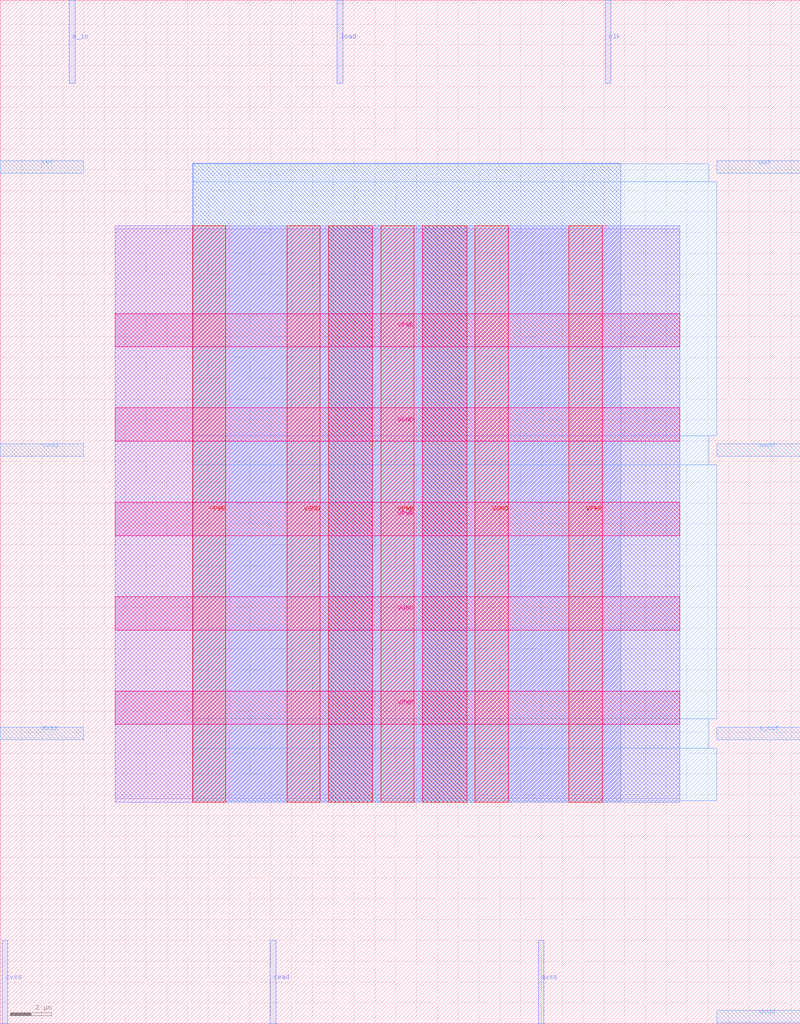
<source format=lef>
VERSION 5.7 ;
  NOWIREEXTENSIONATPIN ON ;
  DIVIDERCHAR "/" ;
  BUSBITCHARS "[]" ;
MACRO pin_dummy
  CLASS BLOCK ;
  FOREIGN pin_dummy ;
  ORIGIN 0.000 0.000 ;
  SIZE 38.440 BY 49.160 ;
  PIN VGND
    DIRECTION INPUT ;
    USE GROUND ;
    PORT
      LAYER met5 ;
        RECT 5.520 18.905 32.660 20.505 ;
    END
    PORT
      LAYER met5 ;
        RECT 5.520 27.975 32.660 29.575 ;
    END
    PORT
      LAYER met4 ;
        RECT 13.770 10.640 15.370 38.320 ;
    END
    PORT
      LAYER met4 ;
        RECT 22.815 10.640 24.415 38.320 ;
    END
  END VGND
  PIN VPWR
    DIRECTION INPUT ;
    USE POWER ;
    PORT
      LAYER met5 ;
        RECT 5.520 14.375 32.660 15.975 ;
    END
    PORT
      LAYER met5 ;
        RECT 5.520 23.440 32.660 25.040 ;
    END
    PORT
      LAYER met5 ;
        RECT 5.520 32.505 32.660 34.105 ;
    END
    PORT
      LAYER met4 ;
        RECT 9.240 10.640 10.840 38.320 ;
    END
    PORT
      LAYER met4 ;
        RECT 18.290 10.640 19.890 38.320 ;
    END
    PORT
      LAYER met4 ;
        RECT 27.335 10.640 28.935 38.320 ;
    END
  END VPWR
  PIN avdd
    DIRECTION INPUT ;
    USE SIGNAL ;
    PORT
      LAYER met3 ;
        RECT 34.440 27.240 38.440 27.840 ;
    END
  END avdd
  PIN avss
    DIRECTION INPUT ;
    USE SIGNAL ;
    PORT
      LAYER met2 ;
        RECT 25.850 0.000 26.130 4.000 ;
    END
  END avss
  PIN clk
    DIRECTION INPUT ;
    USE SIGNAL ;
    PORT
      LAYER met2 ;
        RECT 29.070 45.160 29.350 49.160 ;
    END
  END clk
  PIN cvdd
    DIRECTION INPUT ;
    USE SIGNAL ;
    PORT
      LAYER met3 ;
        RECT 0.000 27.240 4.000 27.840 ;
    END
  END cvdd
  PIN cvss
    DIRECTION INPUT ;
    USE SIGNAL ;
    PORT
      LAYER met2 ;
        RECT 0.090 0.000 0.370 4.000 ;
    END
  END cvss
  PIN dvdd
    DIRECTION INPUT ;
    USE SIGNAL ;
    PORT
      LAYER met3 ;
        RECT 34.440 0.040 38.440 0.640 ;
    END
  END dvdd
  PIN dvss
    DIRECTION INPUT ;
    USE SIGNAL ;
    PORT
      LAYER met3 ;
        RECT 0.000 13.640 4.000 14.240 ;
    END
  END dvss
  PIN load
    DIRECTION INPUT ;
    USE SIGNAL ;
    PORT
      LAYER met2 ;
        RECT 16.190 45.160 16.470 49.160 ;
    END
  END load
  PIN out
    DIRECTION OUTPUT TRISTATE ;
    USE SIGNAL ;
    PORT
      LAYER met3 ;
        RECT 34.440 40.840 38.440 41.440 ;
    END
  END out
  PIN read
    DIRECTION INPUT ;
    USE SIGNAL ;
    PORT
      LAYER met2 ;
        RECT 12.970 0.000 13.250 4.000 ;
    END
  END read
  PIN ref
    DIRECTION INPUT ;
    USE SIGNAL ;
    PORT
      LAYER met3 ;
        RECT 0.000 40.840 4.000 41.440 ;
    END
  END ref
  PIN s_in
    DIRECTION INPUT ;
    USE SIGNAL ;
    PORT
      LAYER met2 ;
        RECT 3.310 45.160 3.590 49.160 ;
    END
  END s_in
  PIN s_out
    DIRECTION OUTPUT TRISTATE ;
    USE SIGNAL ;
    PORT
      LAYER met3 ;
        RECT 34.440 13.640 38.440 14.240 ;
    END
  END s_out
  OBS
      LAYER li1 ;
        RECT 5.520 10.795 32.660 38.165 ;
      LAYER met1 ;
        RECT 5.520 10.640 32.660 38.320 ;
      LAYER met2 ;
        RECT 9.270 10.640 29.810 41.325 ;
      LAYER met3 ;
        RECT 9.240 40.440 34.040 41.305 ;
        RECT 9.240 28.240 34.440 40.440 ;
        RECT 9.240 26.840 34.040 28.240 ;
        RECT 9.240 14.640 34.440 26.840 ;
        RECT 9.240 13.240 34.040 14.640 ;
        RECT 9.240 10.715 34.440 13.240 ;
      LAYER met4 ;
        RECT 15.770 10.640 17.890 38.320 ;
        RECT 20.290 10.640 22.415 38.320 ;
  END
END pin_dummy
END LIBRARY


</source>
